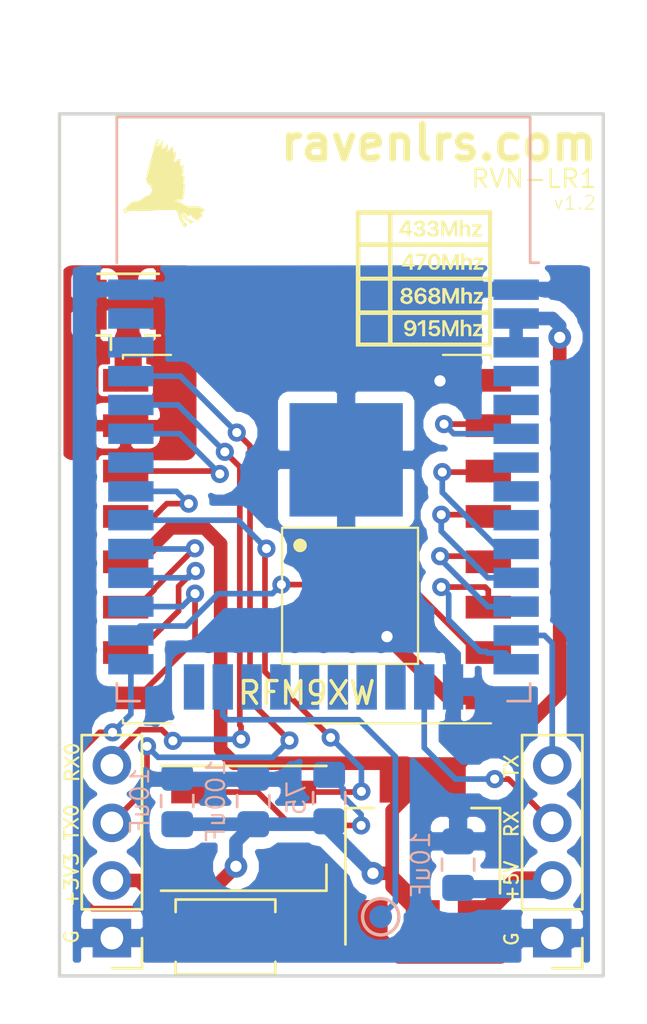
<source format=kicad_pcb>
(kicad_pcb (version 20171130) (host pcbnew "(5.0.0-3-g5ebb6b6)")
  (layers (0 F.Cu signal) (31 B.Cu signal) (34 B.Paste user hide) (35 F.Paste user hide) (36 B.SilkS user) (37 F.SilkS user) (38 B.Mask user hide) (39 F.Mask user hide) (44 Edge.Cuts user))
  (net 0 "")
  (net 1 GND)
  (net 2 VCC)
  (net 3 TX0)
  (net 4 RX0)
  (net 5 "Net-(AE1-Pad1)")
  (net 6 +3V3)
  (net 7 IO34=DIO5)
  (net 8 IO21=DIO3)
  (net 9 IO19=DIO4)
  (net 10 IO14=TX)
  (net 11 IO13=RX)
  (net 12 IO0=SW1)
  (net 13 "Net-(AE1-Pad2)")
  (net 14 IO16=DIO2)
  (net 15 IO17=DIO1)
  (net 16 IO5=DIO0)
  (net 17 IO25=RESET)
  (net 18 IO26=NSS)
  (net 19 IO27=SCK)
  (net 20 IO12=MOSI)
  (net 21 IO4=MISO)
  (net 22 IO15=A)
  (net 23 /LED_VDD)
  (net 24 IO18=LED_RGB)
  (module Raven:HOPERF_RFM9XW_SMD (layer F.Cu) (at 29.1582 35.2956 180)
    (fp_text reference U2 hide)
    (fp_text value RFM98W-433S2)
    (fp_text user RFM9XW (at 0.0127 -6.7818 180) (layer F.SilkS))
    (pad 16 smd rect (at 8 -7 180) (size 2 1) (layers F.Cu F.Paste F.Mask) (net 14 IO16=DIO2))
    (pad 15 smd rect (at 8 -5 180) (size 2 1) (layers F.Cu F.Paste F.Mask) (net 15 IO17=DIO1))
    (pad 14 smd rect (at 8 -3 180) (size 2 1) (layers F.Cu F.Paste F.Mask) (net 16 IO5=DIO0))
    (pad 13 smd rect (at 8 -1 180) (size 2 1) (layers F.Cu F.Paste F.Mask) (net 6 +3V3))
    (pad 12 smd rect (at 8 1 180) (size 2 1) (layers F.Cu F.Paste F.Mask) (net 9 IO19=DIO4))
    (pad 11 smd rect (at 8 3 180) (size 2 1) (layers F.Cu F.Paste F.Mask) (net 8 IO21=DIO3))
    (pad 10 smd rect (at 8 5 180) (size 2 1) (layers F.Cu F.Paste F.Mask) (net 13 "Net-(AE1-Pad2)"))
    (pad 9 smd rect (at 8 7 180) (size 2 1) (layers F.Cu F.Paste F.Mask) (net 5 "Net-(AE1-Pad1)"))
    (pad 8 smd rect (at -8 7 180) (size 2 1) (layers F.Cu F.Paste F.Mask) (net 1 GND))
    (pad 7 smd rect (at -8 5 180) (size 2 1) (layers F.Cu F.Paste F.Mask) (net 7 IO34=DIO5))
    (pad 6 smd rect (at -8 3 180) (size 2 1) (layers F.Cu F.Paste F.Mask) (net 17 IO25=RESET))
    (pad 5 smd rect (at -8 1 180) (size 2 1) (layers F.Cu F.Paste F.Mask) (net 18 IO26=NSS))
    (pad 4 smd rect (at -8 -1 180) (size 2 1) (layers F.Cu F.Paste F.Mask) (net 19 IO27=SCK))
    (pad 3 smd rect (at -8 -3 180) (size 2 1) (layers F.Cu F.Paste F.Mask) (net 20 IO12=MOSI))
    (pad 2 smd rect (at -8 -5 180) (size 2 1) (layers F.Cu F.Paste F.Mask) (net 21 IO4=MISO))
    (pad 1 smd rect (at -8 -7 180) (size 2 1) (layers F.Cu F.Paste F.Mask) (net 1 GND))
  )
  (module Capacitor_SMD:C_0805_2012Metric_Pad1.15x1.40mm_HandSolder (layer B.Cu) (at 35.8267 49.6443 90)
    (fp_text reference C1 hide)
    (fp_text value 10uF (at 0 -1.65 90) (layer B.SilkS) (effects (font (size 0.8 0.8) (thickness 0.1)) (justify mirror)))
    (pad 1 smd roundrect (at -1.025 0 90) (size 1.15 1.4) (layers B.Cu B.Paste B.Mask) (roundrect_rratio 0.217391) (net 2 VCC))
    (pad 2 smd roundrect (at 1.025 0 90) (size 1.15 1.4) (layers B.Cu B.Paste B.Mask) (roundrect_rratio 0.217391) (net 1 GND))
  )
  (module Capacitor_SMD:C_0805_2012Metric_Pad1.15x1.40mm_HandSolder (layer B.Cu) (at 23.4315 46.8376 90)
    (fp_text reference C2 hide)
    (fp_text value 10uF (at 0 -1.65 90) (layer B.SilkS) (effects (font (size 0.8 0.8) (thickness 0.1)) (justify mirror)))
    (pad 2 smd roundrect (at 1.025 0 90) (size 1.15 1.4) (layers B.Cu B.Paste B.Mask) (roundrect_rratio 0.217391) (net 1 GND))
    (pad 1 smd roundrect (at -1.025 0 90) (size 1.15 1.4) (layers B.Cu B.Paste B.Mask) (roundrect_rratio 0.217391) (net 6 +3V3))
  )
  (module Capacitor_SMD:C_0805_2012Metric_Pad1.15x1.40mm_HandSolder (layer B.Cu) (at 26.7843 46.8376 90)
    (fp_text reference C3 hide)
    (fp_text value 100uF (at 0 -1.65 90) (layer B.SilkS) (effects (font (size 0.8 0.8) (thickness 0.1)) (justify mirror)))
    (pad 1 smd roundrect (at -1.025 0 90) (size 1.15 1.4) (layers B.Cu B.Paste B.Mask) (roundrect_rratio 0.217391) (net 6 +3V3))
    (pad 2 smd roundrect (at 1.025 0 90) (size 1.15 1.4) (layers B.Cu B.Paste B.Mask) (roundrect_rratio 0.217391) (net 1 GND))
  )
  (module Resistor_SMD:R_0805_2012Metric_Pad1.15x1.40mm_HandSolder (layer B.Cu) (at 30.1371 46.7106 90)
    (fp_text reference R1 hide)
    (fp_text value 75 (at 0 -1.45 90) (layer B.SilkS) (effects (font (size 0.8 0.8) (thickness 0.1)) (justify mirror)))
    (pad 1 smd roundrect (at -1.025 0 90) (size 1.15 1.4) (layers B.Cu B.Paste B.Mask) (roundrect_rratio 0.217391) (net 6 +3V3))
    (pad 2 smd roundrect (at 1.025 0 90) (size 1.15 1.4) (layers B.Cu B.Paste B.Mask) (roundrect_rratio 0.217391) (net 23 /LED_VDD))
  )
  (module Raven:SW_3x4x2mm (layer F.Cu) (at 25.5622 52.832 180)
    (fp_text reference SW1 hide)
    (fp_text value SW_Push)
    (pad 2 smd rect (at 2.2 0 180) (size 1 2) (layers F.Cu F.Paste F.Mask) (net 12 IO0=SW1))
    (pad 1 smd rect (at -2.2 0 180) (size 1 2) (layers F.Cu F.Paste F.Mask) (net 1 GND))
  )
  (module Raven:ESP32-WROOM-32 (layer B.Cu) (at 29.8864 32.5558 180)
    (fp_text reference U1 hide)
    (fp_text value ESP32-WROOM)
    (pad 39 smd rect (at -1 0.755 180) (size 5 5) (layers B.Cu B.Paste B.Mask) (net 1 GND))
    (pad 1 smd rect (at -8.5 8.255 180) (size 2 0.9) (layers B.Cu B.Paste B.Mask) (net 1 GND))
    (pad 2 smd rect (at -8.5 6.985 180) (size 2 0.9) (layers B.Cu B.Paste B.Mask) (net 6 +3V3))
    (pad 3 smd rect (at -8.5 5.715 180) (size 2 0.9) (layers B.Cu B.Paste B.Mask) (net 6 +3V3))
    (pad 4 smd rect (at -8.5 4.445 180) (size 2 0.9) (layers B.Cu B.Paste B.Mask))
    (pad 5 smd rect (at -8.5 3.175 180) (size 2 0.9) (layers B.Cu B.Paste B.Mask))
    (pad 6 smd rect (at -8.5 1.905 180) (size 2 0.9) (layers B.Cu B.Paste B.Mask) (net 7 IO34=DIO5))
    (pad 7 smd rect (at -8.5 0.635 180) (size 2 0.9) (layers B.Cu B.Paste B.Mask))
    (pad 8 smd rect (at -8.5 -0.635 180) (size 2 0.9) (layers B.Cu B.Paste B.Mask))
    (pad 9 smd rect (at -8.5 -1.905 180) (size 2 0.9) (layers B.Cu B.Paste B.Mask))
    (pad 10 smd rect (at -8.5 -3.175 180) (size 2 0.9) (layers B.Cu B.Paste B.Mask) (net 17 IO25=RESET))
    (pad 11 smd rect (at -8.5 -4.445 180) (size 2 0.9) (layers B.Cu B.Paste B.Mask) (net 18 IO26=NSS))
    (pad 12 smd rect (at -8.5 -5.715 180) (size 2 0.9) (layers B.Cu B.Paste B.Mask) (net 19 IO27=SCK))
    (pad 13 smd rect (at -8.5 -6.985 180) (size 2 0.9) (layers B.Cu B.Paste B.Mask) (net 10 IO14=TX))
    (pad 14 smd rect (at -8.5 -8.255 180) (size 2 0.9) (layers B.Cu B.Paste B.Mask) (net 20 IO12=MOSI))
    (pad 15 smd rect (at -5.715 -9.255 90) (size 2 0.9) (layers B.Cu B.Paste B.Mask) (net 1 GND))
    (pad 16 smd rect (at -4.445 -9.255 90) (size 2 0.9) (layers B.Cu B.Paste B.Mask) (net 11 IO13=RX))
    (pad 17 smd rect (at -3.175 -9.255 90) (size 2 0.9) (layers B.Cu B.Paste B.Mask))
    (pad 18 smd rect (at -1.905 -9.255 90) (size 2 0.9) (layers B.Cu B.Paste B.Mask))
    (pad 19 smd rect (at -0.635 -9.255 90) (size 2 0.9) (layers B.Cu B.Paste B.Mask))
    (pad 20 smd rect (at 0.635 -9.255 90) (size 2 0.9) (layers B.Cu B.Paste B.Mask))
    (pad 21 smd rect (at 1.905 -9.255 90) (size 2 0.9) (layers B.Cu B.Paste B.Mask))
    (pad 22 smd rect (at 3.175 -9.255 90) (size 2 0.9) (layers B.Cu B.Paste B.Mask))
    (pad 23 smd rect (at 4.445 -9.255 90) (size 2 0.9) (layers B.Cu B.Paste B.Mask) (net 22 IO15=A))
    (pad 24 smd rect (at 5.715 -9.255 90) (size 2 0.9) (layers B.Cu B.Paste B.Mask))
    (pad 25 smd rect (at 8.5 -8.255 180) (size 2 0.9) (layers B.Cu B.Paste B.Mask) (net 12 IO0=SW1))
    (pad 26 smd rect (at 8.5 -6.985 180) (size 2 0.9) (layers B.Cu B.Paste B.Mask) (net 21 IO4=MISO))
    (pad 27 smd rect (at 8.5 -5.715 180) (size 2 0.9) (layers B.Cu B.Paste B.Mask) (net 14 IO16=DIO2))
    (pad 28 smd rect (at 8.5 -4.445 180) (size 2 0.9) (layers B.Cu B.Paste B.Mask) (net 15 IO17=DIO1))
    (pad 29 smd rect (at 8.5 -3.175 180) (size 2 0.9) (layers B.Cu B.Paste B.Mask) (net 16 IO5=DIO0))
    (pad 30 smd rect (at 8.5 -1.905 180) (size 2 0.9) (layers B.Cu B.Paste B.Mask) (net 24 IO18=LED_RGB))
    (pad 31 smd rect (at 8.5 -0.635 180) (size 2 0.9) (layers B.Cu B.Paste B.Mask) (net 9 IO19=DIO4))
    (pad 32 smd rect (at 8.5 0.635 180) (size 2 0.9) (layers B.Cu B.Paste B.Mask))
    (pad 33 smd rect (at 8.5 1.905 180) (size 2 0.9) (layers B.Cu B.Paste B.Mask) (net 8 IO21=DIO3))
    (pad 34 smd rect (at 8.5 3.175 180) (size 2 0.9) (layers B.Cu B.Paste B.Mask) (net 4 RX0))
    (pad 35 smd rect (at 8.5 4.445 180) (size 2 0.9) (layers B.Cu B.Paste B.Mask) (net 3 TX0))
    (pad 36 smd rect (at 8.5 5.715 180) (size 2 0.9) (layers B.Cu B.Paste B.Mask))
    (pad 37 smd rect (at 8.5 6.985 180) (size 2 0.9) (layers B.Cu B.Paste B.Mask))
    (pad 38 smd rect (at 8.5 8.255 180) (size 2 0.9) (layers B.Cu B.Paste B.Mask) (net 1 GND))
  )
  (module Package_TO_SOT_SMD:SOT-223-3_TabPin2 (layer F.Cu) (at 34.2646 49.0605 90)
    (fp_text reference U3 hide)
    (fp_text value AMS1117-3.3)
    (pad 2 smd rect (at 3.15 0 90) (size 2 3.8) (layers F.Cu F.Paste F.Mask) (net 6 +3V3))
    (pad 2 smd rect (at -3.15 0 90) (size 2 1.5) (layers F.Cu F.Paste F.Mask) (net 6 +3V3))
    (pad 3 smd rect (at -3.15 2.3 90) (size 2 1.5) (layers F.Cu F.Paste F.Mask) (net 2 VCC))
    (pad 1 smd rect (at -3.15 -2.3 90) (size 2 1.5) (layers F.Cu F.Paste F.Mask) (net 1 GND))
  )
  (module Connector_Coaxial:U.FL_Hirose_U.FL-R-SMT-1_Vertical (layer F.Cu) (at 21.26668 25.43558 90)
    (fp_text reference AE1 hide)
    (fp_text value Antenna_Dipole)
    (pad 2 smd rect (at 0.475 1.475 90) (size 2.2 1.05) (layers F.Cu F.Paste F.Mask) (net 13 "Net-(AE1-Pad2)"))
    (pad 1 smd rect (at -1.05 0 90) (size 1.05 1) (layers F.Cu F.Paste F.Mask) (net 5 "Net-(AE1-Pad1)"))
    (pad 2 smd rect (at 0.475 -1.475 90) (size 2.2 1.05) (layers F.Cu F.Paste F.Mask) (net 13 "Net-(AE1-Pad2)"))
  )
  (module Connector_PinHeader_2.54mm:PinHeader_1x04_P2.54mm_Vertical (layer F.Cu) (at 39.9796 52.8828 180)
    (fp_text reference J1 hide)
    (fp_text value Conn_01x04_Female)
    (pad 1 thru_hole rect (at 0 0 180) (size 1.7 1.7) (drill 1) (layers *.Cu *.Mask) (net 1 GND))
    (pad 2 thru_hole oval (at 0 2.54 180) (size 1.7 1.7) (drill 1) (layers *.Cu *.Mask) (net 2 VCC))
    (pad 3 thru_hole oval (at 0 5.08 180) (size 1.7 1.7) (drill 1) (layers *.Cu *.Mask) (net 11 IO13=RX))
    (pad 4 thru_hole oval (at 0 7.62 180) (size 1.7 1.7) (drill 1) (layers *.Cu *.Mask) (net 10 IO14=TX))
  )
  (module Connector_PinHeader_2.54mm:PinHeader_1x04_P2.54mm_Vertical (layer F.Cu) (at 20.5486 52.8828 180)
    (fp_text reference J2 hide)
    (fp_text value Conn_01x04_Female)
    (pad 4 thru_hole oval (at 0 7.62 180) (size 1.7 1.7) (drill 1) (layers *.Cu *.Mask) (net 4 RX0))
    (pad 3 thru_hole oval (at 0 5.08 180) (size 1.7 1.7) (drill 1) (layers *.Cu *.Mask) (net 3 TX0))
    (pad 2 thru_hole oval (at 0 2.54 180) (size 1.7 1.7) (drill 1) (layers *.Cu *.Mask) (net 6 +3V3))
    (pad 1 thru_hole rect (at 0 0 180) (size 1.7 1.7) (drill 1) (layers *.Cu *.Mask) (net 1 GND))
  )
  (module Raven:Pad_1x01_P1.27mm (layer B.Cu) (at 32.4104 51.943 180)
    (fp_text reference J3 hide)
    (fp_text value Conn_01x01_Female)
    (pad 1 smd circle (at 0 0 180) (size 1 1) (layers B.Cu B.Paste B.Mask) (net 22 IO15=A))
  )
  (module LED_SMD:LED_WS2812B_PLCC4_5.0x5.0mm_P3.2mm (layer F.Cu) (at 26.3663 48.0443)
    (fp_text reference D1 hide)
    (fp_text value WS2812B)
    (pad 3 smd rect (at 2.45 1.6) (size 1.5 1) (layers F.Cu F.Paste F.Mask) (net 1 GND))
    (pad 4 smd rect (at 2.45 -1.6) (size 1.5 1) (layers F.Cu F.Paste F.Mask) (net 24 IO18=LED_RGB))
    (pad 2 smd rect (at -2.45 1.6) (size 1.5 1) (layers F.Cu F.Paste F.Mask))
    (pad 1 smd rect (at -2.45 -1.6) (size 1.5 1) (layers F.Cu F.Paste F.Mask) (net 23 /LED_VDD))
  )
  (module Raven:Raven_Logo (layer F.Cu) (at 22.8219 19.6088)
    (fp_text reference G*** hide)
    (fp_text value LOGO hide)
  )
  (module Raven:Freqs_433_470_868_915 (layer F.Cu) (at 31.3182 20.8026)
    (fp_text reference LOGO hide)
    (fp_text value "" (at 0 0) (layer F.SilkS) (effects (font (size 1.27 1.27))))
  )
  (gr_text +3V3 (at 18.7706 50.3174 90) (layer F.SilkS) (effects (font (size 0.6 0.6) (thickness 0.1))))
  (gr_text G (at 18.7706 52.83454 90) (layer F.SilkS) (effects (font (size 0.6 0.6) (thickness 0.1))))
  (gr_text v1.2 (at 40.9702 20.4724) (layer F.SilkS) (effects (font (size 0.6 0.6) (thickness 0.05))))
  (gr_text RVN-LR1 (at 39.1668 19.4056) (layer F.SilkS) (effects (font (size 0.8 0.8) (thickness 0.1))))
  (gr_text ravenlrs.com (at 34.9758 17.8308) (layer F.SilkS) (effects (font (size 1.5 1.45) (thickness 0.3))))
  (gr_line (start 42.23 16.55) (end 18.23 16.55) (layer Edge.Cuts) (width 0.15))
  (gr_line (start 42.23 54.55) (end 42.23 16.55) (layer Edge.Cuts) (width 0.15))
  (gr_line (start 18.23 54.55) (end 42.23 54.55) (layer Edge.Cuts) (width 0.15))
  (gr_line (start 18.2372 16.55) (end 18.2372 54.55) (layer Edge.Cuts) (width 0.15))
  (gr_text +5V (at 38.185009 50.390752 90) (layer F.SilkS) (effects (font (size 0.6 0.6) (thickness 0.1))))
  (gr_text TX (at 38.185009 45.310752 90) (layer F.SilkS) (effects (font (size 0.6 0.6) (thickness 0.1))))
  (gr_text RX (at 38.185009 47.850752 90) (layer F.SilkS) (effects (font (size 0.6 0.6) (thickness 0.1))))
  (gr_text G (at 38.185009 52.930752 90) (layer F.SilkS) (effects (font (size 0.6 0.6) (thickness 0.1))))
  (gr_text TX0 (at 18.7706 47.7774 90) (layer F.SilkS) (effects (font (size 0.6 0.6) (thickness 0.1))))
  (gr_text RX0 (at 18.796 45.1358 90) (layer F.SilkS) (effects (font (size 0.6 0.6) (thickness 0.1))))
  (segment (start 40.4802 52.7738) (end 40.767 53.0606) (width 0.6) (layer B.Cu) (net 1))
  (segment (start 35.9156 52.7738) (end 40.4802 52.7738) (width 0.6) (layer B.Cu) (net 1))
  (segment (start 35.052 28.2956) (end 35.0266 28.321) (width 0.6) (layer F.Cu) (net 1))
  (via (at 35.0266 28.321) (size 1) (drill 0.5) (layers F.Cu B.Cu) (net 1))
  (segment (start 37.1582 28.2956) (end 35.052 28.2956) (width 0.6) (layer F.Cu) (net 1))
  (segment (start 35.38983 42.2956) (end 33.187259 40.093029) (width 0.6) (layer F.Cu) (net 1))
  (segment (start 37.1582 42.2956) (end 35.38983 42.2956) (width 0.6) (layer F.Cu) (net 1))
  (via (at 32.68726 39.59303) (size 1) (drill 0.5) (layers F.Cu B.Cu) (net 1))
  (segment (start 33.187259 40.093029) (end 32.68726 39.59303) (width 0.6) (layer F.Cu) (net 1))
  (segment (start 38.5296 52.8828) (end 39.9796 52.8828) (width 0.6) (layer F.Cu) (net 1))
  (segment (start 37.701899 53.710501) (end 38.5296 52.8828) (width 0.6) (layer F.Cu) (net 1))
  (segment (start 33.214601 53.710501) (end 37.701899 53.710501) (width 0.6) (layer F.Cu) (net 1))
  (segment (start 31.9646 52.4605) (end 33.214601 53.710501) (width 0.6) (layer F.Cu) (net 1))
  (segment (start 31.9646 52.2105) (end 31.9646 52.4605) (width 0.6) (layer F.Cu) (net 1))
  (segment (start 31.3431 52.832) (end 31.9646 52.2105) (width 0.6) (layer F.Cu) (net 1))
  (segment (start 27.7622 52.832) (end 31.3431 52.832) (width 0.6) (layer F.Cu) (net 1))
  (segment (start 28.8163 51.7779) (end 27.7622 52.832) (width 0.6) (layer F.Cu) (net 1))
  (segment (start 28.8163 49.6443) (end 28.8163 51.7779) (width 0.6) (layer F.Cu) (net 1))
  (segment (start 35.9156 50.7238) (end 39.5986 50.7238) (width 0.8) (layer B.Cu) (net 2))
  (segment (start 39.5986 50.7238) (end 39.9796 50.3428) (width 0.8) (layer B.Cu) (net 2))
  (segment (start 38.4323 50.3428) (end 39.9796 50.3428) (width 0.8) (layer F.Cu) (net 2))
  (segment (start 36.5646 52.2105) (end 38.4323 50.3428) (width 0.8) (layer F.Cu) (net 2))
  (segment (start 22.098 46.2534) (end 22.098 44.990285) (width 0.25) (layer F.Cu) (net 3))
  (via (at 22.098 44.4246) (size 0.8) (drill 0.4) (layers F.Cu B.Cu) (net 3))
  (segment (start 22.098 44.990285) (end 22.098 44.4246) (width 0.25) (layer F.Cu) (net 3))
  (segment (start 20.5486 47.8028) (end 22.098 46.2534) (width 0.25) (layer F.Cu) (net 3))
  (via (at 26.058965 30.597585) (size 0.8) (drill 0.4) (layers F.Cu B.Cu) (net 3))
  (segment (start 23.57218 28.1108) (end 25.658966 30.197586) (width 0.25) (layer B.Cu) (net 3))
  (segment (start 25.658966 30.197586) (end 26.058965 30.597585) (width 0.25) (layer B.Cu) (net 3))
  (segment (start 21.3864 28.1108) (end 23.57218 28.1108) (width 0.25) (layer B.Cu) (net 3))
  (via (at 28.3845 44.1706) (size 0.8) (drill 0.4) (layers F.Cu B.Cu) (net 3))
  (segment (start 27.984501 43.770601) (end 28.3845 44.1706) (width 0.25) (layer F.Cu) (net 3))
  (segment (start 26.643498 31.182118) (end 26.643498 42.429598) (width 0.25) (layer F.Cu) (net 3))
  (segment (start 27.984501 44.570599) (end 28.3845 44.1706) (width 0.25) (layer B.Cu) (net 3))
  (segment (start 26.643498 42.429598) (end 27.984501 43.770601) (width 0.25) (layer F.Cu) (net 3))
  (segment (start 22.098 44.4246) (end 22.58599 44.91259) (width 0.25) (layer B.Cu) (net 3))
  (segment (start 26.058965 30.597585) (end 26.643498 31.182118) (width 0.25) (layer F.Cu) (net 3))
  (segment (start 22.58599 44.91259) (end 27.64251 44.91259) (width 0.25) (layer B.Cu) (net 3))
  (segment (start 27.64251 44.91259) (end 27.984501 44.570599) (width 0.25) (layer B.Cu) (net 3))
  (via (at 26.247511 44.1198) (size 0.8) (drill 0.4) (layers F.Cu B.Cu) (net 4))
  (via (at 25.532779 31.447968) (size 0.8) (drill 0.4) (layers F.Cu B.Cu) (net 4))
  (segment (start 26.247511 43.554115) (end 26.193487 43.500091) (width 0.25) (layer F.Cu) (net 4))
  (segment (start 21.3864 29.3808) (end 23.465611 29.3808) (width 0.25) (layer B.Cu) (net 4))
  (segment (start 23.465611 29.3808) (end 25.13278 31.047969) (width 0.25) (layer B.Cu) (net 4))
  (segment (start 25.932778 31.847967) (end 25.532779 31.447968) (width 0.25) (layer F.Cu) (net 4))
  (segment (start 25.13278 31.047969) (end 25.532779 31.447968) (width 0.25) (layer B.Cu) (net 4))
  (segment (start 26.247511 44.1198) (end 26.247511 43.554115) (width 0.25) (layer F.Cu) (net 4))
  (segment (start 26.193487 43.500091) (end 26.193487 32.108676) (width 0.25) (layer F.Cu) (net 4))
  (segment (start 26.193487 32.108676) (end 25.932778 31.847967) (width 0.25) (layer F.Cu) (net 4))
  (via (at 23.241 44.18758) (size 0.8) (drill 0.4) (layers F.Cu B.Cu) (net 4))
  (segment (start 20.5486 45.2628) (end 20.5486 44.939098) (width 0.25) (layer F.Cu) (net 4))
  (segment (start 26.247511 44.1198) (end 23.30878 44.1198) (width 0.25) (layer B.Cu) (net 4))
  (segment (start 23.30878 44.1198) (end 23.241 44.18758) (width 0.25) (layer B.Cu) (net 4))
  (segment (start 20.5486 44.939098) (end 21.793297 43.694401) (width 0.25) (layer F.Cu) (net 4))
  (segment (start 22.747821 43.694401) (end 22.841001 43.787581) (width 0.25) (layer F.Cu) (net 4))
  (segment (start 21.793297 43.694401) (end 22.747821 43.694401) (width 0.25) (layer F.Cu) (net 4))
  (segment (start 22.841001 43.787581) (end 23.241 44.18758) (width 0.25) (layer F.Cu) (net 4))
  (segment (start 21.2362 28.2176) (end 21.1582 28.2956) (width 1) (layer F.Cu) (net 5))
  (segment (start 21.26668 28.18712) (end 21.1582 28.2956) (width 0.25) (layer F.Cu) (net 5))
  (segment (start 21.26668 26.48558) (end 21.26668 28.18712) (width 1.2) (layer F.Cu) (net 5))
  (segment (start 40.3098 25.8942) (end 40.3098 26.4033) (width 0.6) (layer B.Cu) (net 6))
  (segment (start 38.3864 25.5708) (end 39.9864 25.5708) (width 0.6) (layer B.Cu) (net 6))
  (segment (start 39.9864 25.5708) (end 40.3098 25.8942) (width 0.6) (layer B.Cu) (net 6))
  (segment (start 38.3864 25.5708) (end 38.3864 26.8408) (width 0.6) (layer B.Cu) (net 6))
  (via (at 40.3098 26.4033) (size 1) (drill 0.5) (layers F.Cu B.Cu) (net 6))
  (segment (start 30.0101 47.8626) (end 30.1371 47.7356) (width 0.6) (layer B.Cu) (net 6))
  (segment (start 26.7843 47.8626) (end 30.0101 47.8626) (width 0.6) (layer B.Cu) (net 6))
  (via (at 32.0675 50.0253) (size 1) (drill 0.5) (layers F.Cu B.Cu) (net 6))
  (segment (start 30.1371 48.0949) (end 32.0675 50.0253) (width 0.6) (layer B.Cu) (net 6))
  (segment (start 30.1371 47.7356) (end 30.1371 48.0949) (width 0.6) (layer B.Cu) (net 6))
  (segment (start 25.0571 47.8626) (end 26.7843 47.8626) (width 0.6) (layer B.Cu) (net 6))
  (segment (start 23.4315 47.8626) (end 25.0571 47.8626) (width 0.6) (layer B.Cu) (net 6))
  (segment (start 32.9146 50.6105) (end 34.2646 51.9605) (width 0.6) (layer F.Cu) (net 6))
  (segment (start 32.9146 47.2605) (end 32.9146 50.6105) (width 0.6) (layer F.Cu) (net 6))
  (segment (start 34.2646 51.9605) (end 34.2646 52.2105) (width 0.6) (layer F.Cu) (net 6))
  (segment (start 34.2646 45.9105) (end 32.9146 47.2605) (width 0.6) (layer F.Cu) (net 6))
  (segment (start 32.0675 50.0253) (end 32.774606 50.0253) (width 0.6) (layer F.Cu) (net 6))
  (segment (start 34.2646 51.515294) (end 34.2646 52.2105) (width 0.6) (layer F.Cu) (net 6))
  (segment (start 32.774606 50.0253) (end 34.2646 51.515294) (width 0.6) (layer F.Cu) (net 6))
  (segment (start 25.347501 35.504079) (end 25.347501 44.573803) (width 0.6) (layer F.Cu) (net 6))
  (segment (start 21.1582 36.2956) (end 21.6582 36.2956) (width 0.6) (layer F.Cu) (net 6))
  (segment (start 33.528 45.1739) (end 34.2646 45.9105) (width 0.6) (layer F.Cu) (net 6))
  (segment (start 25.947598 45.1739) (end 33.528 45.1739) (width 0.6) (layer F.Cu) (net 6))
  (segment (start 23.154711 34.799089) (end 24.642511 34.799089) (width 0.6) (layer F.Cu) (net 6))
  (segment (start 24.642511 34.799089) (end 25.347501 35.504079) (width 0.6) (layer F.Cu) (net 6))
  (segment (start 25.347501 44.573803) (end 25.947598 45.1739) (width 0.6) (layer F.Cu) (net 6))
  (segment (start 21.6582 36.2956) (end 23.154711 34.799089) (width 0.6) (layer F.Cu) (net 6))
  (segment (start 25.098499 50.644301) (end 26.0223 49.7205) (width 0.6) (layer F.Cu) (net 6))
  (segment (start 22.052182 50.644301) (end 25.098499 50.644301) (width 0.6) (layer F.Cu) (net 6))
  (segment (start 21.750681 50.3428) (end 22.052182 50.644301) (width 0.6) (layer F.Cu) (net 6))
  (via (at 26.0223 49.7205) (size 1) (drill 0.5) (layers F.Cu B.Cu) (net 6))
  (segment (start 20.5486 50.3428) (end 21.750681 50.3428) (width 0.6) (layer F.Cu) (net 6))
  (segment (start 26.0223 48.6246) (end 26.7843 47.8626) (width 0.6) (layer B.Cu) (net 6))
  (segment (start 26.0223 49.7205) (end 26.0223 48.6246) (width 0.6) (layer B.Cu) (net 6))
  (segment (start 35.1646 45.9105) (end 36.7646 44.3105) (width 0.6) (layer F.Cu) (net 6))
  (segment (start 40.3098 27.110406) (end 40.3098 26.4033) (width 0.6) (layer F.Cu) (net 6))
  (segment (start 34.2646 45.9105) (end 35.1646 45.9105) (width 0.6) (layer F.Cu) (net 6))
  (segment (start 38.075898 44.3105) (end 40.3098 42.076598) (width 0.6) (layer F.Cu) (net 6))
  (segment (start 40.3098 42.076598) (end 40.3098 27.110406) (width 0.6) (layer F.Cu) (net 6))
  (segment (start 36.7646 44.3105) (end 38.075898 44.3105) (width 0.6) (layer F.Cu) (net 6))
  (via (at 35.2044 30.226) (size 0.8) (drill 0.4) (layers F.Cu B.Cu) (net 7))
  (segment (start 35.6292 30.6508) (end 35.2044 30.226) (width 0.25) (layer B.Cu) (net 7))
  (segment (start 38.3864 30.6508) (end 35.6292 30.6508) (width 0.25) (layer B.Cu) (net 7))
  (segment (start 37.0886 30.226) (end 37.1582 30.2956) (width 0.25) (layer F.Cu) (net 7))
  (segment (start 35.2044 30.226) (end 37.0886 30.226) (width 0.25) (layer F.Cu) (net 7))
  (via (at 25.3111 32.4231) (size 0.8) (drill 0.4) (layers F.Cu B.Cu) (net 8))
  (segment (start 21.1582 32.2956) (end 25.1836 32.2956) (width 0.25) (layer F.Cu) (net 8))
  (segment (start 21.3864 30.6508) (end 23.5388 30.6508) (width 0.25) (layer B.Cu) (net 8))
  (segment (start 23.5388 30.6508) (end 24.911101 32.023101) (width 0.25) (layer B.Cu) (net 8))
  (segment (start 24.911101 32.023101) (end 25.3111 32.4231) (width 0.25) (layer B.Cu) (net 8))
  (segment (start 25.1836 32.2956) (end 25.3111 32.4231) (width 0.25) (layer F.Cu) (net 8))
  (via (at 23.9395 33.7312) (size 0.8) (drill 0.4) (layers F.Cu B.Cu) (net 9))
  (segment (start 22.4082 34.2956) (end 22.9726 33.7312) (width 0.25) (layer F.Cu) (net 9))
  (segment (start 21.3864 33.1908) (end 23.3991 33.1908) (width 0.25) (layer B.Cu) (net 9))
  (segment (start 23.3991 33.1908) (end 23.539501 33.331201) (width 0.25) (layer B.Cu) (net 9))
  (segment (start 23.373815 33.7312) (end 23.9395 33.7312) (width 0.25) (layer F.Cu) (net 9))
  (segment (start 21.1582 34.2956) (end 22.4082 34.2956) (width 0.25) (layer F.Cu) (net 9))
  (segment (start 23.539501 33.331201) (end 23.9395 33.7312) (width 0.25) (layer B.Cu) (net 9))
  (segment (start 22.9726 33.7312) (end 23.373815 33.7312) (width 0.25) (layer F.Cu) (net 9))
  (segment (start 39.9796 44.060719) (end 39.9796 45.2628) (width 0.25) (layer B.Cu) (net 10))
  (segment (start 39.6364 39.5408) (end 39.9796 39.884) (width 0.25) (layer B.Cu) (net 10))
  (segment (start 38.3864 39.5408) (end 39.6364 39.5408) (width 0.25) (layer B.Cu) (net 10))
  (segment (start 39.9796 39.884) (end 39.9796 44.060719) (width 0.25) (layer B.Cu) (net 10))
  (via (at 37.4396 45.8724) (size 0.8) (drill 0.4) (layers F.Cu B.Cu) (net 11))
  (segment (start 38.005285 45.8724) (end 37.4396 45.8724) (width 0.25) (layer F.Cu) (net 11))
  (segment (start 38.0492 45.8724) (end 38.005285 45.8724) (width 0.25) (layer F.Cu) (net 11))
  (segment (start 39.9796 47.8028) (end 38.0492 45.8724) (width 0.25) (layer F.Cu) (net 11))
  (segment (start 35.7124 45.8724) (end 37.4396 45.8724) (width 0.25) (layer B.Cu) (net 11))
  (segment (start 34.3314 44.4914) (end 35.7124 45.8724) (width 0.25) (layer B.Cu) (net 11))
  (segment (start 34.3314 41.8108) (end 34.3314 44.4914) (width 0.25) (layer B.Cu) (net 11))
  (via (at 20.579248 43.813112) (size 0.8) (drill 0.4) (layers F.Cu B.Cu) (net 12))
  (segment (start 20.979247 43.413113) (end 20.579248 43.813112) (width 0.25) (layer B.Cu) (net 12))
  (segment (start 21.3864 40.8108) (end 21.3864 43.00596) (width 0.25) (layer B.Cu) (net 12))
  (segment (start 21.3864 43.00596) (end 20.979247 43.413113) (width 0.25) (layer B.Cu) (net 12))
  (segment (start 20.013563 43.813112) (end 20.579248 43.813112) (width 0.25) (layer F.Cu) (net 12))
  (segment (start 19.1389 44.687775) (end 20.013563 43.813112) (width 0.25) (layer F.Cu) (net 12))
  (segment (start 19.1389 51.03622) (end 19.1389 44.687775) (width 0.25) (layer F.Cu) (net 12))
  (segment (start 23.3622 52.332) (end 22.6122 51.582) (width 0.25) (layer F.Cu) (net 12))
  (segment (start 22.6122 51.582) (end 19.68468 51.582) (width 0.25) (layer F.Cu) (net 12))
  (segment (start 19.68468 51.582) (end 19.1389 51.03622) (width 0.25) (layer F.Cu) (net 12))
  (segment (start 23.3622 52.832) (end 23.3622 52.332) (width 0.25) (layer F.Cu) (net 12))
  (via (at 24.217517 37.698364) (size 0.8) (drill 0.4) (layers F.Cu B.Cu) (net 14))
  (segment (start 24.217517 38.264049) (end 24.217517 37.698364) (width 0.25) (layer F.Cu) (net 14))
  (segment (start 23.645081 38.2708) (end 23.817518 38.098363) (width 0.25) (layer B.Cu) (net 14))
  (segment (start 23.817518 38.098363) (end 24.217517 37.698364) (width 0.25) (layer B.Cu) (net 14))
  (segment (start 24.217517 39.736283) (end 24.217517 38.264049) (width 0.25) (layer F.Cu) (net 14))
  (segment (start 21.1582 42.2956) (end 21.6582 42.2956) (width 0.25) (layer F.Cu) (net 14))
  (segment (start 21.6582 42.2956) (end 24.217517 39.736283) (width 0.25) (layer F.Cu) (net 14))
  (segment (start 21.3864 38.2708) (end 23.645081 38.2708) (width 0.25) (layer B.Cu) (net 14))
  (via (at 24.241181 36.698632) (size 0.8) (drill 0.4) (layers F.Cu B.Cu) (net 15))
  (segment (start 23.492515 38.461285) (end 23.492515 37.375762) (width 0.25) (layer F.Cu) (net 15))
  (segment (start 24.169645 36.698632) (end 24.241181 36.698632) (width 0.25) (layer F.Cu) (net 15))
  (segment (start 21.1582 40.2956) (end 21.6582 40.2956) (width 0.25) (layer F.Cu) (net 15))
  (segment (start 21.6582 40.2956) (end 23.492515 38.461285) (width 0.25) (layer F.Cu) (net 15))
  (segment (start 23.492515 37.375762) (end 24.169645 36.698632) (width 0.25) (layer F.Cu) (net 15))
  (segment (start 21.3864 37.0008) (end 23.939013 37.0008) (width 0.25) (layer B.Cu) (net 15))
  (segment (start 23.939013 37.0008) (end 24.241181 36.698632) (width 0.25) (layer B.Cu) (net 15))
  (segment (start 21.1582 38.2956) (end 21.6582 38.2956) (width 0.25) (layer F.Cu) (net 16))
  (via (at 24.21051 35.69909) (size 0.8) (drill 0.4) (layers F.Cu B.Cu) (net 16))
  (segment (start 21.3864 35.7308) (end 24.1788 35.7308) (width 0.25) (layer B.Cu) (net 16))
  (segment (start 21.6582 38.2956) (end 22.4082 37.5456) (width 0.25) (layer F.Cu) (net 16))
  (segment (start 24.1788 35.7308) (end 24.21051 35.69909) (width 0.25) (layer B.Cu) (net 16))
  (segment (start 22.4082 37.5456) (end 22.4082 37.5014) (width 0.25) (layer F.Cu) (net 16))
  (segment (start 23.810511 36.099089) (end 24.21051 35.69909) (width 0.25) (layer F.Cu) (net 16))
  (segment (start 22.4082 37.5014) (end 23.810511 36.099089) (width 0.25) (layer F.Cu) (net 16))
  (segment (start 35.1282 33.237602) (end 35.1282 32.34182) (width 0.25) (layer B.Cu) (net 17))
  (via (at 35.1282 32.34182) (size 0.8) (drill 0.4) (layers F.Cu B.Cu) (net 17))
  (segment (start 37.621398 35.7308) (end 35.1282 33.237602) (width 0.25) (layer B.Cu) (net 17))
  (segment (start 38.3864 35.7308) (end 37.621398 35.7308) (width 0.25) (layer B.Cu) (net 17))
  (segment (start 37.11198 32.34182) (end 37.1582 32.2956) (width 0.25) (layer F.Cu) (net 17))
  (segment (start 35.1282 32.34182) (end 37.11198 32.34182) (width 0.25) (layer F.Cu) (net 17))
  (segment (start 35.08248 34.94688) (end 35.08248 34.21888) (width 0.25) (layer B.Cu) (net 18))
  (segment (start 37.1364 37.0008) (end 35.08248 34.94688) (width 0.25) (layer B.Cu) (net 18))
  (via (at 35.08248 34.21888) (size 0.8) (drill 0.4) (layers F.Cu B.Cu) (net 18))
  (segment (start 38.3864 37.0008) (end 37.1364 37.0008) (width 0.25) (layer B.Cu) (net 18))
  (segment (start 37.08148 34.21888) (end 37.1582 34.2956) (width 0.25) (layer F.Cu) (net 18))
  (segment (start 35.08248 34.21888) (end 37.08148 34.21888) (width 0.25) (layer F.Cu) (net 18))
  (segment (start 35.03422 36.16862) (end 35.03422 36.04768) (width 0.25) (layer B.Cu) (net 19))
  (segment (start 37.1364 38.2708) (end 35.03422 36.16862) (width 0.25) (layer B.Cu) (net 19))
  (via (at 35.03422 36.04768) (size 0.8) (drill 0.4) (layers F.Cu B.Cu) (net 19))
  (segment (start 38.3864 38.2708) (end 37.1364 38.2708) (width 0.25) (layer B.Cu) (net 19))
  (segment (start 36.91028 36.04768) (end 37.1582 36.2956) (width 0.25) (layer F.Cu) (net 19))
  (segment (start 35.03422 36.04768) (end 36.91028 36.04768) (width 0.25) (layer F.Cu) (net 19))
  (via (at 35.08248 37.40912) (size 0.8) (drill 0.4) (layers F.Cu B.Cu) (net 20))
  (segment (start 37.1582 37.5456) (end 37.1582 38.2956) (width 0.25) (layer F.Cu) (net 20))
  (segment (start 37.02172 37.40912) (end 37.1582 37.5456) (width 0.25) (layer F.Cu) (net 20))
  (segment (start 35.08248 37.40912) (end 37.02172 37.40912) (width 0.25) (layer F.Cu) (net 20))
  (segment (start 36.806561 40.250801) (end 35.41014 38.85438) (width 0.25) (layer B.Cu) (net 20))
  (segment (start 37.126399 40.315801) (end 37.061399 40.250801) (width 0.25) (layer B.Cu) (net 20))
  (segment (start 37.900261 40.315801) (end 37.126399 40.315801) (width 0.25) (layer B.Cu) (net 20))
  (segment (start 35.41014 38.85438) (end 35.41014 37.73678) (width 0.25) (layer B.Cu) (net 20))
  (segment (start 37.061399 40.250801) (end 36.806561 40.250801) (width 0.25) (layer B.Cu) (net 20))
  (segment (start 35.41014 37.73678) (end 35.08248 37.40912) (width 0.25) (layer B.Cu) (net 20))
  (segment (start 38.3864 40.80194) (end 37.900261 40.315801) (width 0.25) (layer B.Cu) (net 20))
  (segment (start 38.3864 40.8108) (end 38.3864 40.80194) (width 0.25) (layer B.Cu) (net 20))
  (via (at 28.0289 37.2999) (size 0.8) (drill 0.4) (layers F.Cu B.Cu) (net 21))
  (segment (start 33.6625 37.2999) (end 28.594585 37.2999) (width 0.25) (layer F.Cu) (net 21))
  (segment (start 36.6582 40.2956) (end 33.6625 37.2999) (width 0.25) (layer F.Cu) (net 21))
  (segment (start 37.1582 40.2956) (end 36.6582 40.2956) (width 0.25) (layer F.Cu) (net 21))
  (segment (start 28.594585 37.2999) (end 28.0289 37.2999) (width 0.25) (layer F.Cu) (net 21))
  (segment (start 27.628901 37.699899) (end 28.0289 37.2999) (width 0.25) (layer B.Cu) (net 21))
  (segment (start 25.241301 37.699899) (end 27.628901 37.699899) (width 0.25) (layer B.Cu) (net 21))
  (segment (start 23.8125 39.1287) (end 25.241301 37.699899) (width 0.25) (layer B.Cu) (net 21))
  (segment (start 21.7985 39.1287) (end 23.8125 39.1287) (width 0.25) (layer B.Cu) (net 21))
  (segment (start 21.3864 39.5408) (end 21.7985 39.1287) (width 0.25) (layer B.Cu) (net 21))
  (segment (start 25.6368 43.2562) (end 31.4325 43.2562) (width 0.25) (layer B.Cu) (net 22))
  (segment (start 25.4414 43.0608) (end 25.6368 43.2562) (width 0.25) (layer B.Cu) (net 22))
  (segment (start 25.4414 41.8108) (end 25.4414 43.0608) (width 0.25) (layer B.Cu) (net 22))
  (segment (start 32.910399 51.443001) (end 32.4104 51.943) (width 0.25) (layer B.Cu) (net 22))
  (segment (start 33.0581 51.2953) (end 32.910399 51.443001) (width 0.25) (layer B.Cu) (net 22))
  (segment (start 33.0581 44.8818) (end 33.0581 51.2953) (width 0.25) (layer B.Cu) (net 22))
  (segment (start 31.4325 43.2562) (end 33.0581 44.8818) (width 0.25) (layer B.Cu) (net 22))
  (segment (start 28.454009 47.917011) (end 31.546442 47.917011) (width 0.25) (layer F.Cu) (net 23))
  (segment (start 26.981298 46.4443) (end 28.454009 47.917011) (width 0.25) (layer F.Cu) (net 23))
  (via (at 31.546442 47.917011) (size 0.8) (drill 0.4) (layers F.Cu B.Cu) (net 23))
  (segment (start 23.9163 46.4443) (end 26.981298 46.4443) (width 0.25) (layer F.Cu) (net 23))
  (segment (start 30.760472 46.308972) (end 30.1371 45.6856) (width 0.25) (layer B.Cu) (net 23))
  (segment (start 30.760472 46.648172) (end 30.760472 46.308972) (width 0.25) (layer B.Cu) (net 23))
  (segment (start 31.546442 47.434142) (end 30.760472 46.648172) (width 0.25) (layer B.Cu) (net 23))
  (segment (start 31.546442 47.917011) (end 31.546442 47.434142) (width 0.25) (layer B.Cu) (net 23))
  (via (at 30.2006 44.0436) (size 0.8) (drill 0.4) (layers F.Cu B.Cu) (net 24))
  (via (at 27.368498 35.7124) (size 0.8) (drill 0.4) (layers F.Cu B.Cu) (net 24))
  (segment (start 27.303899 35.776999) (end 27.368498 35.7124) (width 0.25) (layer F.Cu) (net 24))
  (segment (start 27.303899 41.146899) (end 27.303899 35.776999) (width 0.25) (layer F.Cu) (net 24))
  (segment (start 30.2006 44.0436) (end 27.303899 41.146899) (width 0.25) (layer F.Cu) (net 24))
  (segment (start 26.116898 34.4608) (end 21.3864 34.4608) (width 0.25) (layer B.Cu) (net 24))
  (segment (start 27.368498 35.7124) (end 26.116898 34.4608) (width 0.25) (layer B.Cu) (net 24))
  (via (at 31.5595 46.4185) (size 0.8) (drill 0.4) (layers F.Cu B.Cu) (net 24))
  (segment (start 28.8163 46.4443) (end 31.5337 46.4443) (width 0.25) (layer F.Cu) (net 24))
  (segment (start 31.5337 46.4443) (end 31.5595 46.4185) (width 0.25) (layer F.Cu) (net 24))
  (segment (start 30.2006 44.0436) (end 31.5595 45.4025) (width 0.25) (layer B.Cu) (net 24))
  (segment (start 31.5595 45.852815) (end 31.5595 46.4185) (width 0.25) (layer B.Cu) (net 24))
  (segment (start 31.5595 45.4025) (end 31.5595 45.852815) (width 0.25) (layer B.Cu) (net 24))
  (zone (net 1) (net_name GND) (layer B.Cu) (connect_pads (clearance 0.508)) (min_thickness 0.254) (fill yes (arc_segments 16) (thermal_gap 0.508) (thermal_bridge_width 0.808) (smoothing fillet) (radius 1))
    (polygon (pts (xy 18.288 23.241) (xy 18.2372 54.5084) (xy 42.1386 54.5084) (xy 42.2402 23.2156)))
  )
  (zone (net 0) (net_name "") (layers F&B.Cu) (connect_pads (clearance 0.508)) (min_thickness 0.254)
    (keepout (tracks not_allowed) (vias not_allowed) (copperpour not_allowed))
    (fill (arc_segments 16) (thermal_gap 0.508) (thermal_bridge_width 0.508))
    (polygon (pts (xy 42.2148 16.5608) (xy 42.2148 23.1648) (xy 18.288 23.2156) (xy 18.288 16.6116)))
  )
  (zone (net 13) (net_name "Net-(AE1-Pad2)") (layer F.Cu) (priority 1) (connect_pads (clearance 0.1)) (min_thickness 0.1) (fill yes (arc_segments 32) (thermal_gap 0.508) (thermal_bridge_width 0.508) (smoothing fillet) (radius 0.5))
    (polygon (pts (xy 18.30832 23.22576) (xy 18.32356 31.81604) (xy 24.2824 31.8262) (xy 24.27732 23.22576)))
  )
)
</source>
